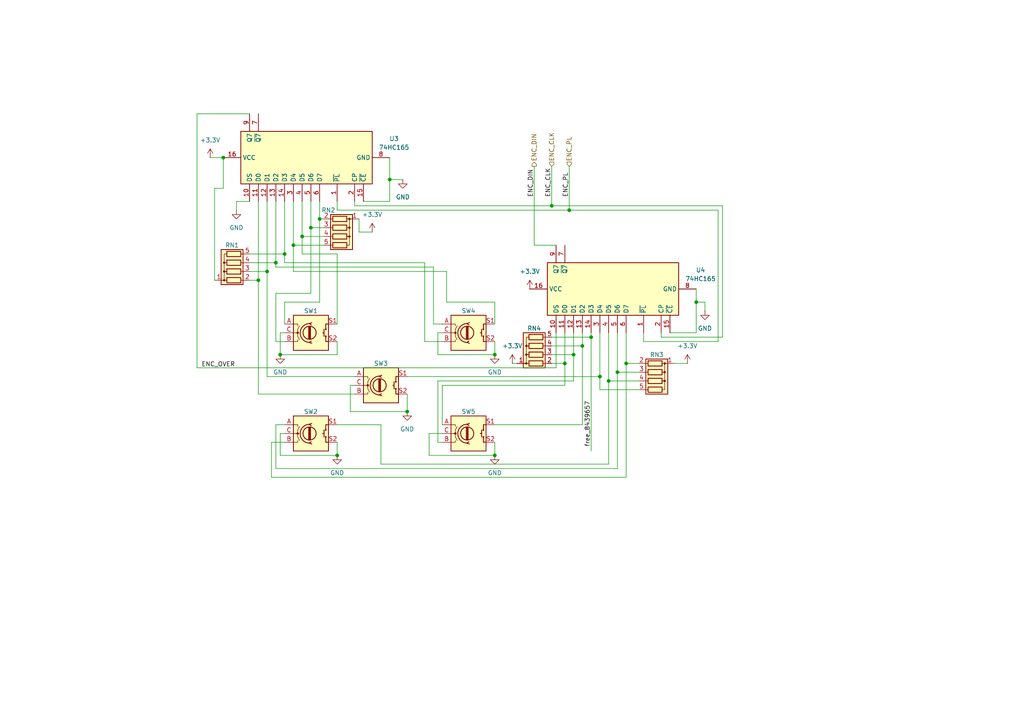
<source format=kicad_sch>
(kicad_sch (version 20231120) (generator "eeschema") (generator_version "8.0")
  (paper "A4")
  (lib_symbols
    (symbol "74xx:74HC165"
      (property "Reference" "U" (at -7.62 19.05 0))
      (property "Value" "74HC165" (at -7.62 -21.59 0))
      (symbol "74HC165_1_0"
        (pin input line (at -12.7 -10.16 0) (length 5.08) (name "~{PL}") (number "1"))
        (pin input line (at -12.7 15.24 0) (length 5.08) (name "DS") (number "10"))
        (pin input line (at -12.7 12.7 0) (length 5.08) (name "D0") (number "11"))
        (pin input line (at -12.7 10.16 0) (length 5.08) (name "D1") (number "12"))
        (pin input line (at -12.7 7.62 0) (length 5.08) (name "D2") (number "13"))
        (pin input line (at -12.7 5.08 0) (length 5.08) (name "D3") (number "14"))
        (pin input line (at -12.7 -17.78 0) (length 5.08) (name "~{CE}") (number "15"))
        (pin power_in line (at 0 22.86 270) (length 5.08) (name "VCC") (number "16"))
        (pin input line (at -12.7 -15.24 0) (length 5.08) (name "CP") (number "2"))
        (pin input line (at -12.7 2.54 0) (length 5.08) (name "D4") (number "3"))
        (pin input line (at -12.7 0 0) (length 5.08) (name "D5") (number "4"))
        (pin input line (at -12.7 -2.54 0) (length 5.08) (name "D6") (number "5"))
        (pin input line (at -12.7 -5.08 0) (length 5.08) (name "D7") (number "6"))
        (pin output line (at 12.7 12.7 180) (length 5.08) (name "~{Q7}") (number "7"))
        (pin power_in line (at 0 -25.4 90) (length 5.08) (name "GND") (number "8"))
        (pin output line (at 12.7 15.24 180) (length 5.08) (name "Q7") (number "9"))
      )
      (symbol "74HC165_1_1"
        (rectangle (start -7.62 17.78) (end 7.62 -20.32) (stroke (width 0.254)) (fill (type background)))
      )
    )
    (symbol "Device:R_Network04" (pin_names (offset 0) hide)
      (property "Reference" "RN" (at -7.62 0 90))
      (property "Value" "R_Network04" (at 5.08 0 90))
      (symbol "R_Network04_0_1"
        (rectangle (start -6.35 -3.175) (end 3.81 3.175) (stroke (width 0.254)) (fill (type background)))
        (rectangle (start -5.842 1.524) (end -4.318 -2.54) (stroke (width 0.254)))
        (circle (center -5.08 2.286) (radius 0.254) (fill (type outline)))
        (rectangle (start -3.302 1.524) (end -1.778 -2.54) (stroke (width 0.254)))
        (circle (center -2.54 2.286) (radius 0.254) (fill (type outline)))
        (rectangle (start -0.762 1.524) (end 0.762 -2.54) (stroke (width 0.254)))
        (polyline (pts (xy -5.08 -2.54) (xy -5.08 -3.81)))
        (polyline (pts (xy -2.54 -2.54) (xy -2.54 -3.81)))
        (polyline (pts (xy 0 -2.54) (xy 0 -3.81)))
        (polyline (pts (xy 2.54 -2.54) (xy 2.54 -3.81)))
        (polyline (pts (xy -5.08 1.524) (xy -5.08 2.286) (xy -2.54 2.286) (xy -2.54 1.524)))
        (polyline (pts (xy -2.54 1.524) (xy -2.54 2.286) (xy 0 2.286) (xy 0 1.524)))
        (polyline (pts (xy 0 1.524) (xy 0 2.286) (xy 2.54 2.286) (xy 2.54 1.524)))
        (circle (center 0 2.286) (radius 0.254) (fill (type outline)))
        (rectangle (start 1.778 1.524) (end 3.302 -2.54) (stroke (width 0.254)))
      )
      (symbol "R_Network04_1_1"
        (pin passive line (at -5.08 5.08 270) (length 2.54) (name "common") (number "1"))
        (pin passive line (at -5.08 -5.08 90) (length 1.27) (name "R1") (number "2"))
        (pin passive line (at -2.54 -5.08 90) (length 1.27) (name "R2") (number "3"))
        (pin passive line (at 0 -5.08 90) (length 1.27) (name "R3") (number "4"))
        (pin passive line (at 2.54 -5.08 90) (length 1.27) (name "R4") (number "5"))
      )
    )
    (symbol "Device:RotaryEncoder_Switch" (pin_names (offset 0.254) hide)
      (property "Reference" "SW" (at 0 6.604 0))
      (property "Value" "RotaryEncoder_Switch" (at 0 -6.604 0))
      (symbol "RotaryEncoder_Switch_0_1"
        (rectangle (start -5.08 5.08) (end 5.08 -5.08) (stroke (width 0.254)) (fill (type background)))
        (circle (center -3.81 0) (radius 0.254) (fill (type outline)))
        (circle (center -0.381 0) (radius 1.905) (stroke (width 0.254)))
        (arc (start -0.381 2.667) (mid -3.0988 -0.0635) (end -0.381 -2.794) (stroke (width 0.254)))
        (polyline (pts (xy -0.635 -1.778) (xy -0.635 1.778)) (stroke (width 0.254)))
        (polyline (pts (xy -0.381 -1.778) (xy -0.381 1.778)) (stroke (width 0.254)))
        (polyline (pts (xy -0.127 1.778) (xy -0.127 -1.778)) (stroke (width 0.254)))
        (polyline (pts (xy 3.81 0) (xy 3.429 0)) (stroke (width 0.254)))
        (polyline (pts (xy 3.81 1.016) (xy 3.81 -1.016)) (stroke (width 0.254)))
        (polyline (pts (xy -5.08 -2.54) (xy -3.81 -2.54) (xy -3.81 -2.032)))
        (polyline (pts (xy -5.08 2.54) (xy -3.81 2.54) (xy -3.81 2.032)))
        (polyline (pts (xy 0.254 -3.048) (xy -0.508 -2.794) (xy 0.127 -2.413)) (stroke (width 0.254)))
        (polyline (pts (xy 0.254 2.921) (xy -0.508 2.667) (xy 0.127 2.286)) (stroke (width 0.254)))
        (polyline (pts (xy 5.08 -2.54) (xy 4.318 -2.54) (xy 4.318 -1.016)) (stroke (width 0.254)))
        (polyline (pts (xy 5.08 2.54) (xy 4.318 2.54) (xy 4.318 1.016)) (stroke (width 0.254)))
        (polyline (pts (xy -5.08 0) (xy -3.81 0) (xy -3.81 -1.016) (xy -3.302 -2.032)))
        (polyline (pts (xy -4.318 0) (xy -3.81 0) (xy -3.81 1.016) (xy -3.302 2.032)))
        (circle (center 4.318 -1.016) (radius 0.127) (stroke (width 0.254)))
        (circle (center 4.318 1.016) (radius 0.127) (stroke (width 0.254)))
      )
      (symbol "RotaryEncoder_Switch_1_1"
        (pin passive line (at -7.62 2.54 0) (length 2.54) (name "A") (number "A"))
        (pin passive line (at -7.62 -2.54 0) (length 2.54) (name "B") (number "B"))
        (pin passive line (at -7.62 0 0) (length 2.54) (name "C") (number "C"))
        (pin passive line (at 7.62 2.54 180) (length 2.54) (name "S1") (number "S1"))
        (pin passive line (at 7.62 -2.54 180) (length 2.54) (name "S2") (number "S2"))
      )
    )
    (symbol "power:+3.3V" (power) (pin_numbers hide) (pin_names (offset 0) hide)
      (property "Value" "+3.3V" (at 0 3.556 0))
      (symbol "+3.3V_0_1"
        (polyline (pts (xy -0.762 1.27) (xy 0 2.54)))
        (polyline (pts (xy 0 0) (xy 0 2.54)))
        (polyline (pts (xy 0 2.54) (xy 0.762 1.27)))
      )
      (symbol "+3.3V_1_1"
        (pin power_in line (at 0 0 90) (length 0) (name "~") (number "1"))
      )
    )
    (symbol "power:GND" (power) (pin_numbers hide) (pin_names (offset 0) hide)
      (property "Value" "GND" (at 0 -3.81 0))
      (symbol "GND_0_1"
        (polyline (pts (xy 0 0) (xy 0 -1.27) (xy 1.27 -1.27) (xy 0 -2.54) (xy -1.27 -1.27) (xy 0 -1.27)))
      )
      (symbol "GND_1_1"
        (pin power_in line (at 0 0 270) (length 0) (name "~") (number "1"))
      )
    )
  )
  (junction (at 201.93 87.63))
  (junction (at 92.71 63.5))
  (junction (at 81.28 102.87))
  (junction (at 143.51 132.08))
  (junction (at 168.91 100.33))
  (junction (at 80.01 76.2))
  (junction (at 163.83 105.41))
  (junction (at 181.61 105.41))
  (junction (at 166.37 102.87))
  (junction (at 87.63 68.58))
  (junction (at 90.17 66.04))
  (junction (at 179.07 107.95))
  (junction (at 173.99 109.22))
  (junction (at 176.53 110.49))
  (junction (at 77.47 78.74))
  (junction (at 113.03 52.07))
  (junction (at 143.51 102.87))
  (junction (at 171.45 97.79))
  (junction (at 85.09 71.12))
  (junction (at 160.02 59.69))
  (junction (at 82.55 73.66))
  (junction (at 165.1 60.96))
  (junction (at 74.93 81.28))
  (junction (at 118.11 119.38))
  (junction (at 97.79 132.08))
  (junction (at 64.77 45.72))
  (wire (pts (xy 62.23 54.61) (xy 64.77 54.61)))
  (wire (pts (xy 191.77 97.79) (xy 191.77 96.52)))
  (wire (pts (xy 105.41 58.42) (xy 113.03 58.42)))
  (wire (pts (xy 181.61 105.41) (xy 181.61 96.52)))
  (wire (pts (xy 176.53 110.49) (xy 176.53 134.62)))
  (wire (pts (xy 82.55 76.2) (xy 123.19 76.2)))
  (wire (pts (xy 163.83 105.41) (xy 163.83 96.52)))
  (wire (pts (xy 68.58 58.42) (xy 68.58 60.96)))
  (wire (pts (xy 181.61 138.43) (xy 181.61 105.41)))
  (wire (pts (xy 201.93 96.52) (xy 201.93 87.63)))
  (wire (pts (xy 125.73 77.47) (xy 125.73 93.98)))
  (wire (pts (xy 82.55 123.19) (xy 80.01 123.19)))
  (wire (pts (xy 82.55 58.42) (xy 82.55 73.66)))
  (wire (pts (xy 166.37 110.49) (xy 166.37 102.87)))
  (wire (pts (xy 127 96.52) (xy 127 102.87)))
  (wire (pts (xy 113.03 52.07) (xy 113.03 45.72)))
  (wire (pts (xy 154.94 71.12) (xy 161.29 71.12)))
  (wire (pts (xy 85.09 58.42) (xy 85.09 71.12)))
  (wire (pts (xy 127 128.27) (xy 127 110.49)))
  (wire (pts (xy 110.49 134.62) (xy 176.53 134.62)))
  (wire (pts (xy 80.01 77.47) (xy 80.01 76.2)))
  (wire (pts (xy 161.29 106.68) (xy 57.15 106.68)))
  (wire (pts (xy 181.61 105.41) (xy 185.42 105.41)))
  (wire (pts (xy 201.93 87.63) (xy 201.93 83.82)))
  (wire (pts (xy 101.6 119.38) (xy 118.11 119.38)))
  (wire (pts (xy 160.02 105.41) (xy 163.83 105.41)))
  (wire (pts (xy 81.28 102.87) (xy 97.79 102.87)))
  (wire (pts (xy 110.49 123.19) (xy 97.79 123.19)))
  (wire (pts (xy 80.01 135.89) (xy 179.07 135.89)))
  (wire (pts (xy 104.14 63.5) (xy 104.14 67.31)))
  (wire (pts (xy 116.84 52.07) (xy 113.03 52.07)))
  (wire (pts (xy 72.39 33.02) (xy 57.15 33.02)))
  (wire (pts (xy 90.17 66.04) (xy 90.17 85.09)))
  (wire (pts (xy 179.07 96.52) (xy 179.07 107.95)))
  (wire (pts (xy 82.55 99.06) (xy 80.01 99.06)))
  (wire (pts (xy 85.09 71.12) (xy 93.98 71.12)))
  (wire (pts (xy 68.58 58.42) (xy 72.39 58.42)))
  (wire (pts (xy 85.09 71.12) (xy 85.09 78.74)))
  (wire (pts (xy 92.71 63.5) (xy 93.98 63.5)))
  (wire (pts (xy 160.02 102.87) (xy 166.37 102.87)))
  (wire (pts (xy 128.27 111.76) (xy 163.83 111.76)))
  (wire (pts (xy 81.28 125.73) (xy 81.28 132.08)))
  (wire (pts (xy 82.55 93.98) (xy 82.55 87.63)))
  (wire (pts (xy 102.87 59.69) (xy 160.02 59.69)))
  (wire (pts (xy 87.63 68.58) (xy 87.63 73.66)))
  (wire (pts (xy 179.07 107.95) (xy 185.42 107.95)))
  (wire (pts (xy 78.74 138.43) (xy 78.74 128.27)))
  (wire (pts (xy 82.55 125.73) (xy 81.28 125.73)))
  (wire (pts (xy 72.39 81.28) (xy 74.93 81.28)))
  (wire (pts (xy 176.53 96.52) (xy 176.53 110.49)))
  (wire (pts (xy 57.15 33.02) (xy 57.15 106.68)))
  (wire (pts (xy 148.59 105.41) (xy 149.86 105.41)))
  (wire (pts (xy 113.03 58.42) (xy 113.03 52.07)))
  (wire (pts (xy 127 110.49) (xy 166.37 110.49)))
  (wire (pts (xy 127 102.87) (xy 143.51 102.87)))
  (wire (pts (xy 128.27 125.73) (xy 124.46 125.73)))
  (wire (pts (xy 87.63 58.42) (xy 87.63 68.58)))
  (wire (pts (xy 74.93 58.42) (xy 74.93 81.28)))
  (wire (pts (xy 209.55 59.69) (xy 209.55 97.79)))
  (wire (pts (xy 77.47 58.42) (xy 77.47 78.74)))
  (wire (pts (xy 97.79 60.96) (xy 97.79 58.42)))
  (wire (pts (xy 165.1 48.26) (xy 165.1 60.96)))
  (wire (pts (xy 85.09 78.74) (xy 129.54 78.74)))
  (wire (pts (xy 78.74 138.43) (xy 181.61 138.43)))
  (wire (pts (xy 143.51 123.19) (xy 168.91 123.19)))
  (wire (pts (xy 143.51 99.06) (xy 143.51 102.87)))
  (wire (pts (xy 97.79 99.06) (xy 97.79 102.87)))
  (wire (pts (xy 160.02 100.33) (xy 168.91 100.33)))
  (wire (pts (xy 74.93 81.28) (xy 74.93 114.3)))
  (wire (pts (xy 102.87 111.76) (xy 101.6 111.76)))
  (wire (pts (xy 173.99 113.03) (xy 185.42 113.03)))
  (wire (pts (xy 118.11 109.22) (xy 173.99 109.22)))
  (wire (pts (xy 209.55 97.79) (xy 191.77 97.79)))
  (wire (pts (xy 92.71 63.5) (xy 92.71 87.63)))
  (wire (pts (xy 78.74 128.27) (xy 82.55 128.27)))
  (wire (pts (xy 97.79 60.96) (xy 165.1 60.96)))
  (wire (pts (xy 77.47 78.74) (xy 77.47 109.22)))
  (wire (pts (xy 173.99 96.52) (xy 173.99 109.22)))
  (wire (pts (xy 62.23 81.28) (xy 62.23 54.61)))
  (wire (pts (xy 102.87 109.22) (xy 77.47 109.22)))
  (wire (pts (xy 90.17 58.42) (xy 90.17 66.04)))
  (wire (pts (xy 87.63 68.58) (xy 93.98 68.58)))
  (wire (pts (xy 97.79 128.27) (xy 97.79 132.08)))
  (wire (pts (xy 110.49 123.19) (xy 110.49 134.62)))
  (wire (pts (xy 97.79 73.66) (xy 97.79 93.98)))
  (wire (pts (xy 74.93 114.3) (xy 102.87 114.3)))
  (wire (pts (xy 92.71 58.42) (xy 92.71 63.5)))
  (wire (pts (xy 101.6 111.76) (xy 101.6 119.38)))
  (wire (pts (xy 64.77 45.72) (xy 64.77 54.61)))
  (wire (pts (xy 124.46 132.08) (xy 143.51 132.08)))
  (wire (pts (xy 208.28 60.96) (xy 208.28 99.06)))
  (wire (pts (xy 80.01 77.47) (xy 125.73 77.47)))
  (wire (pts (xy 195.58 105.41) (xy 199.39 105.41)))
  (wire (pts (xy 80.01 85.09) (xy 90.17 85.09)))
  (wire (pts (xy 82.55 87.63) (xy 92.71 87.63)))
  (wire (pts (xy 186.69 99.06) (xy 186.69 96.52)))
  (wire (pts (xy 128.27 128.27) (xy 127 128.27)))
  (wire (pts (xy 179.07 107.95) (xy 179.07 135.89)))
  (wire (pts (xy 143.51 87.63) (xy 143.51 93.98)))
  (wire (pts (xy 166.37 102.87) (xy 166.37 96.52)))
  (wire (pts (xy 204.47 90.17) (xy 204.47 87.63)))
  (wire (pts (xy 168.91 100.33) (xy 168.91 96.52)))
  (wire (pts (xy 168.91 123.19) (xy 168.91 100.33)))
  (wire (pts (xy 72.39 73.66) (xy 82.55 73.66)))
  (wire (pts (xy 80.01 58.42) (xy 80.01 76.2)))
  (wire (pts (xy 160.02 59.69) (xy 209.55 59.69)))
  (wire (pts (xy 171.45 97.79) (xy 171.45 96.52)))
  (wire (pts (xy 163.83 111.76) (xy 163.83 105.41)))
  (wire (pts (xy 128.27 123.19) (xy 128.27 111.76)))
  (wire (pts (xy 171.45 97.79) (xy 171.45 130.81)))
  (wire (pts (xy 81.28 96.52) (xy 81.28 102.87)))
  (wire (pts (xy 87.63 73.66) (xy 97.79 73.66)))
  (wire (pts (xy 143.51 128.27) (xy 143.51 132.08)))
  (wire (pts (xy 194.31 96.52) (xy 201.93 96.52)))
  (wire (pts (xy 204.47 87.63) (xy 201.93 87.63)))
  (wire (pts (xy 160.02 97.79) (xy 171.45 97.79)))
  (wire (pts (xy 90.17 66.04) (xy 93.98 66.04)))
  (wire (pts (xy 102.87 59.69) (xy 102.87 58.42)))
  (wire (pts (xy 80.01 123.19) (xy 80.01 135.89)))
  (wire (pts (xy 173.99 113.03) (xy 173.99 109.22)))
  (wire (pts (xy 124.46 125.73) (xy 124.46 132.08)))
  (wire (pts (xy 208.28 99.06) (xy 186.69 99.06)))
  (wire (pts (xy 81.28 96.52) (xy 82.55 96.52)))
  (wire (pts (xy 72.39 76.2) (xy 80.01 76.2)))
  (wire (pts (xy 118.11 114.3) (xy 118.11 119.38)))
  (wire (pts (xy 80.01 99.06) (xy 80.01 85.09)))
  (wire (pts (xy 123.19 99.06) (xy 123.19 76.2)))
  (wire (pts (xy 127 96.52) (xy 128.27 96.52)))
  (wire (pts (xy 129.54 78.74) (xy 129.54 87.63)))
  (wire (pts (xy 154.94 48.26) (xy 154.94 71.12)))
  (wire (pts (xy 129.54 87.63) (xy 143.51 87.63)))
  (wire (pts (xy 123.19 99.06) (xy 128.27 99.06)))
  (wire (pts (xy 104.14 67.31) (xy 107.95 67.31)))
  (wire (pts (xy 176.53 110.49) (xy 185.42 110.49)))
  (wire (pts (xy 72.39 78.74) (xy 77.47 78.74)))
  (wire (pts (xy 81.28 132.08) (xy 97.79 132.08)))
  (wire (pts (xy 161.29 96.52) (xy 161.29 106.68)))
  (wire (pts (xy 160.02 48.26) (xy 160.02 59.69)))
  (wire (pts (xy 165.1 60.96) (xy 208.28 60.96)))
  (wire (pts (xy 82.55 73.66) (xy 82.55 76.2)))
  (wire (pts (xy 60.96 45.72) (xy 64.77 45.72)))
  (wire (pts (xy 125.73 93.98) (xy 128.27 93.98)))
  (label "ENC_CLK" (at 160.02 57.15 90))
  (label "ENC_DIN" (at 154.94 57.15 90))
  (label "ENC_OVER" (at 58.42 106.68 0))
  (label "free_8439657" (at 171.45 129.54 90))
  (label "ENC_PL" (at 165.1 57.15 90))
  (hierarchical_label "ENC_CLK" (shape input) (at 160.02 48.26 90))
  (hierarchical_label "ENC_PL" (shape input) (at 165.1 48.26 90))
  (hierarchical_label "ENC_DIN" (shape output) (at 154.94 48.26 90))
  (symbol (lib_id "Device:RotaryEncoder_Switch") (at 90.17 96.52 0) (unit 1)
    (property "Reference" "SW1" (at 90.17 90.17 0))
    (property "Value" "RotaryEncoder_Switch" (effects (hide yes)))
    (property "Footprint" "VFDs-Library:RotaryEncoder_Alps_EC11E-Switch_Vertical_Centered" (effects (hide yes)))
    (property "Description" "Rotary encoder, dual channel, incremental quadrate outputs, with switch" (effects (hide yes)))
  )
  (symbol (lib_id "power:+3.3V") (at 60.96 45.72 0) (unit 1)
    (property "Reference" "#PWR01" (effects (hide yes)))
    (property "Value" "+3.3V" (at 60.96 40.64 0))
    (property "Description" "Power symbol creates a global label with name \"+3.3V\"" (effects (hide yes)))
  )
  (symbol (lib_id "power:GND") (at 143.51 132.08 0) (unit 1)
    (property "Reference" "#PWR010" (effects (hide yes)))
    (property "Value" "GND" (at 143.51 137.16 0))
    (property "Description" "Power symbol creates a global label with name \"GND\" , ground" (effects (hide yes)))
  )
  (symbol (lib_id "power:+3.3V") (at 148.59 105.41 0) (unit 1)
    (property "Reference" "#PWR024" (effects (hide yes)))
    (property "Value" "+3.3V" (at 148.59 100.33 0))
    (property "Description" "Power symbol creates a global label with name \"+3.3V\"" (effects (hide yes)))
  )
  (symbol (lib_id "power:GND") (at 81.28 102.87 0) (unit 1)
    (property "Reference" "#PWR05" (effects (hide yes)))
    (property "Value" "GND" (at 81.28 107.95 0))
    (property "Description" "Power symbol creates a global label with name \"GND\" , ground" (effects (hide yes)))
  )
  (symbol (lib_id "74xx:74HC165") (at 176.53 83.82 90) (unit 1)
    (property "Reference" "U4" (at 203.2 78.3238 90))
    (property "Value" "74HC165" (at 203.2 80.8638 90))
    (property "Footprint" "Package_SO:SOIC-16_3.9x9.9mm_P1.27mm" (effects (hide yes)))
    (property "Datasheet" "https://assets.nexperia.com/documents/data-sheet/74HC_HCT165.pdf" (effects (hide yes)))
    (property "Description" "Shift Register, 8-bit, Parallel Load" (effects (hide yes)))
  )
  (symbol (lib_id "power:GND") (at 97.79 132.08 0) (unit 1)
    (property "Reference" "#PWR06" (effects (hide yes)))
    (property "Value" "GND" (at 97.79 137.16 0))
    (property "Description" "Power symbol creates a global label with name \"GND\" , ground" (effects (hide yes)))
  )
  (symbol (lib_id "power:GND") (at 204.47 90.17 0) (unit 1)
    (property "Reference" "#PWR012" (effects (hide yes)))
    (property "Value" "GND" (at 204.47 95.25 0))
    (property "Description" "Power symbol creates a global label with name \"GND\" , ground" (effects (hide yes)))
  )
  (symbol (lib_id "Device:RotaryEncoder_Switch") (at 135.89 96.52 0) (unit 1)
    (property "Reference" "SW4" (at 135.89 90.17 0))
    (property "Value" "RotaryEncoder_Switch" (effects (hide yes)))
    (property "Footprint" "VFDs-Library:RotaryEncoder_Alps_EC11E-Switch_Vertical_Centered" (effects (hide yes)))
    (property "Description" "Rotary encoder, dual channel, incremental quadrate outputs, with switch" (effects (hide yes)))
  )
  (symbol (lib_id "power:GND") (at 68.58 60.96 0) (unit 1)
    (property "Reference" "#PWR02" (effects (hide yes)))
    (property "Value" "GND" (at 68.58 66.04 0))
    (property "Description" "Power symbol creates a global label with name \"GND\" , ground" (effects (hide yes)))
  )
  (symbol (lib_id "power:+3.3V") (at 107.95 67.31 0) (unit 1)
    (property "Reference" "#PWR022" (effects (hide yes)))
    (property "Value" "+3.3V" (at 107.95 62.23 0))
    (property "Description" "Power symbol creates a global label with name \"+3.3V\"" (effects (hide yes)))
  )
  (symbol (lib_id "Device:RotaryEncoder_Switch") (at 90.17 125.73 0) (unit 1)
    (property "Reference" "SW2" (at 90.17 119.38 0))
    (property "Value" "RotaryEncoder_Switch" (effects (hide yes)))
    (property "Footprint" "VFDs-Library:RotaryEncoder_Alps_EC11E-Switch_Vertical_Centered" (effects (hide yes)))
    (property "Description" "Rotary encoder, dual channel, incremental quadrate outputs, with switch" (effects (hide yes)))
  )
  (symbol (lib_id "power:GND") (at 116.84 52.07 0) (unit 1)
    (property "Reference" "#PWR07" (effects (hide yes)))
    (property "Value" "GND" (at 116.84 57.15 0))
    (property "Description" "Power symbol creates a global label with name \"GND\" , ground" (effects (hide yes)))
  )
  (symbol (lib_id "Device:R_Network04") (at 67.31 76.2 90) (unit 1)
    (property "Reference" "RN1" (at 67.31 71.12 90))
    (property "Value" "R_Network04" (effects (hide yes)))
    (property "Footprint" "Resistor_THT:R_Array_SIP5" (effects (hide yes)))
    (property "Datasheet" "http://www.vishay.com/docs/31509/csc.pdf" (effects (hide yes)))
    (property "Description" "4 resistor network, star topology, bussed resistors, small symbol" (effects (hide yes)))
  )
  (symbol (lib_id "74xx:74HC165") (at 87.63 45.72 90) (unit 1)
    (property "Reference" "U3" (at 114.3 40.2238 90))
    (property "Value" "74HC165" (at 114.3 42.7638 90))
    (property "Footprint" "Package_SO:SOIC-16_3.9x9.9mm_P1.27mm" (effects (hide yes)))
    (property "Datasheet" "https://assets.nexperia.com/documents/data-sheet/74HC_HCT165.pdf" (effects (hide yes)))
    (property "Description" "Shift Register, 8-bit, Parallel Load" (effects (hide yes)))
  )
  (symbol (lib_id "Device:RotaryEncoder_Switch") (at 135.89 125.73 0) (unit 1)
    (property "Reference" "SW5" (at 135.89 119.38 0))
    (property "Value" "RotaryEncoder_Switch" (effects (hide yes)))
    (property "Footprint" "VFDs-Library:RotaryEncoder_Alps_EC11E-Switch_Vertical_Centered" (effects (hide yes)))
    (property "Description" "Rotary encoder, dual channel, incremental quadrate outputs, with switch" (effects (hide yes)))
  )
  (symbol (lib_id "power:GND") (at 118.11 119.38 0) (unit 1)
    (property "Reference" "#PWR08" (effects (hide yes)))
    (property "Value" "GND" (at 118.11 124.46 0))
    (property "Description" "Power symbol creates a global label with name \"GND\" , ground" (effects (hide yes)))
  )
  (symbol (lib_id "Device:R_Network04") (at 99.06 68.58 270) (unit 1)
    (property "Reference" "RN2" (at 95.25 60.96 90))
    (property "Value" "R_Network04" (effects (hide yes)))
    (property "Footprint" "Resistor_THT:R_Array_SIP5" (effects (hide yes)))
    (property "Datasheet" "http://www.vishay.com/docs/31509/csc.pdf" (effects (hide yes)))
    (property "Description" "4 resistor network, star topology, bussed resistors, small symbol" (effects (hide yes)))
  )
  (symbol (lib_id "Device:R_Network04") (at 190.5 110.49 270) (unit 1)
    (property "Reference" "RN3" (at 190.5 102.87 90))
    (property "Value" "R_Network04" (effects (hide yes)))
    (property "Footprint" "Resistor_THT:R_Array_SIP5" (effects (hide yes)))
    (property "Datasheet" "http://www.vishay.com/docs/31509/csc.pdf" (effects (hide yes)))
    (property "Description" "4 resistor network, star topology, bussed resistors, small symbol" (effects (hide yes)))
  )
  (symbol (lib_id "power:+3.3V") (at 153.67 83.82 0) (unit 1)
    (property "Reference" "#PWR011" (effects (hide yes)))
    (property "Value" "+3.3V" (at 153.67 78.74 0))
    (property "Description" "Power symbol creates a global label with name \"+3.3V\"" (effects (hide yes)))
  )
  (symbol (lib_id "Device:R_Network04") (at 154.94 100.33 90) (unit 1)
    (property "Reference" "RN4" (at 154.94 95.25 90))
    (property "Value" "R_Network04" (effects (hide yes)))
    (property "Footprint" "Resistor_THT:R_Array_SIP5" (effects (hide yes)))
    (property "Datasheet" "http://www.vishay.com/docs/31509/csc.pdf" (effects (hide yes)))
    (property "Description" "4 resistor network, star topology, bussed resistors, small symbol" (effects (hide yes)))
  )
  (symbol (lib_id "power:+3.3V") (at 199.39 105.41 0) (unit 1)
    (property "Reference" "#PWR023" (effects (hide yes)))
    (property "Value" "+3.3V" (at 199.39 100.33 0))
    (property "Description" "Power symbol creates a global label with name \"+3.3V\"" (effects (hide yes)))
  )
  (symbol (lib_id "power:GND") (at 143.51 102.87 0) (unit 1)
    (property "Reference" "#PWR09" (effects (hide yes)))
    (property "Value" "GND" (at 143.51 107.95 0))
    (property "Description" "Power symbol creates a global label with name \"GND\" , ground" (effects (hide yes)))
  )
  (symbol (lib_id "Device:RotaryEncoder_Switch") (at 110.49 111.76 0) (unit 1)
    (property "Reference" "SW3" (at 110.49 105.41 0))
    (property "Value" "RotaryEncoder_Switch" (effects (hide yes)))
    (property "Footprint" "VFDs-Library:RotaryEncoder_Alps_EC11E-Switch_Vertical_Centered" (effects (hide yes)))
    (property "Description" "Rotary encoder, dual channel, incremental quadrate outputs, with switch" (effects (hide yes)))
  )
)
</source>
